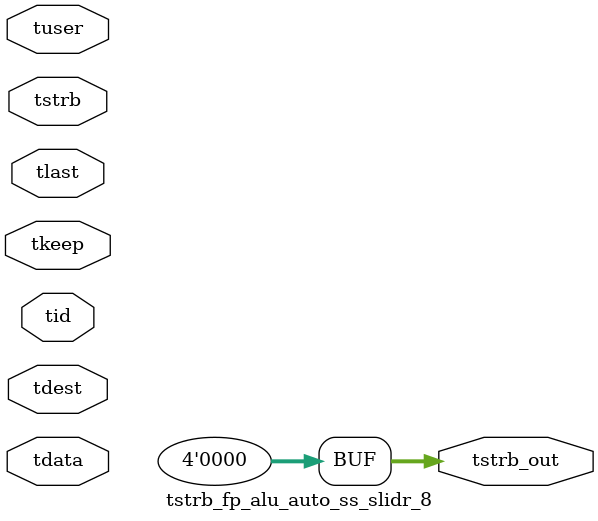
<source format=v>


`timescale 1ps/1ps

module tstrb_fp_alu_auto_ss_slidr_8 #
(
parameter C_S_AXIS_TDATA_WIDTH = 32,
parameter C_S_AXIS_TUSER_WIDTH = 0,
parameter C_S_AXIS_TID_WIDTH   = 0,
parameter C_S_AXIS_TDEST_WIDTH = 0,
parameter C_M_AXIS_TDATA_WIDTH = 32
)
(
input  [(C_S_AXIS_TDATA_WIDTH == 0 ? 1 : C_S_AXIS_TDATA_WIDTH)-1:0     ] tdata,
input  [(C_S_AXIS_TUSER_WIDTH == 0 ? 1 : C_S_AXIS_TUSER_WIDTH)-1:0     ] tuser,
input  [(C_S_AXIS_TID_WIDTH   == 0 ? 1 : C_S_AXIS_TID_WIDTH)-1:0       ] tid,
input  [(C_S_AXIS_TDEST_WIDTH == 0 ? 1 : C_S_AXIS_TDEST_WIDTH)-1:0     ] tdest,
input  [(C_S_AXIS_TDATA_WIDTH/8)-1:0 ] tkeep,
input  [(C_S_AXIS_TDATA_WIDTH/8)-1:0 ] tstrb,
input                                                                    tlast,
output [(C_M_AXIS_TDATA_WIDTH/8)-1:0 ] tstrb_out
);

assign tstrb_out = {1'b0};

endmodule


</source>
